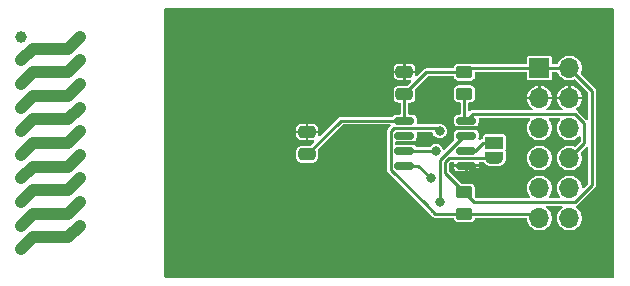
<source format=gbr>
%TF.GenerationSoftware,KiCad,Pcbnew,7.0.10*%
%TF.CreationDate,2024-01-17T19:33:19+01:00*%
%TF.ProjectId,RFM9xW_868,52464d39-7857-45f3-9836-382e6b696361,rev?*%
%TF.SameCoordinates,Original*%
%TF.FileFunction,Copper,L2,Bot*%
%TF.FilePolarity,Positive*%
%FSLAX46Y46*%
G04 Gerber Fmt 4.6, Leading zero omitted, Abs format (unit mm)*
G04 Created by KiCad (PCBNEW 7.0.10) date 2024-01-17 19:33:19*
%MOMM*%
%LPD*%
G01*
G04 APERTURE LIST*
G04 Aperture macros list*
%AMRoundRect*
0 Rectangle with rounded corners*
0 $1 Rounding radius*
0 $2 $3 $4 $5 $6 $7 $8 $9 X,Y pos of 4 corners*
0 Add a 4 corners polygon primitive as box body*
4,1,4,$2,$3,$4,$5,$6,$7,$8,$9,$2,$3,0*
0 Add four circle primitives for the rounded corners*
1,1,$1+$1,$2,$3*
1,1,$1+$1,$4,$5*
1,1,$1+$1,$6,$7*
1,1,$1+$1,$8,$9*
0 Add four rect primitives between the rounded corners*
20,1,$1+$1,$2,$3,$4,$5,0*
20,1,$1+$1,$4,$5,$6,$7,0*
20,1,$1+$1,$6,$7,$8,$9,0*
20,1,$1+$1,$8,$9,$2,$3,0*%
%AMFreePoly0*
4,1,19,0.550000,-0.750000,0.000000,-0.750000,0.000000,-0.744911,-0.071157,-0.744911,-0.207708,-0.704816,-0.327430,-0.627875,-0.420627,-0.520320,-0.479746,-0.390866,-0.500000,-0.250000,-0.500000,0.250000,-0.479746,0.390866,-0.420627,0.520320,-0.327430,0.627875,-0.207708,0.704816,-0.071157,0.744911,0.000000,0.744911,0.000000,0.750000,0.550000,0.750000,0.550000,-0.750000,0.550000,-0.750000,
$1*%
%AMFreePoly1*
4,1,19,0.000000,0.744911,0.071157,0.744911,0.207708,0.704816,0.327430,0.627875,0.420627,0.520320,0.479746,0.390866,0.500000,0.250000,0.500000,-0.250000,0.479746,-0.390866,0.420627,-0.520320,0.327430,-0.627875,0.207708,-0.704816,0.071157,-0.744911,0.000000,-0.744911,0.000000,-0.750000,-0.550000,-0.750000,-0.550000,0.750000,0.000000,0.750000,0.000000,0.744911,0.000000,0.744911,
$1*%
G04 Aperture macros list end*
%TA.AperFunction,EtchedComponent*%
%ADD10C,1.000000*%
%TD*%
%TA.AperFunction,ComponentPad*%
%ADD11R,1.700000X1.700000*%
%TD*%
%TA.AperFunction,ComponentPad*%
%ADD12O,1.700000X1.700000*%
%TD*%
%TA.AperFunction,ComponentPad*%
%ADD13C,1.000000*%
%TD*%
%TA.AperFunction,SMDPad,CuDef*%
%ADD14FreePoly0,270.000000*%
%TD*%
%TA.AperFunction,SMDPad,CuDef*%
%ADD15R,1.500000X1.000000*%
%TD*%
%TA.AperFunction,SMDPad,CuDef*%
%ADD16FreePoly1,270.000000*%
%TD*%
%TA.AperFunction,SMDPad,CuDef*%
%ADD17RoundRect,0.250000X0.475000X-0.250000X0.475000X0.250000X-0.475000X0.250000X-0.475000X-0.250000X0*%
%TD*%
%TA.AperFunction,SMDPad,CuDef*%
%ADD18RoundRect,0.250000X-0.450000X0.262500X-0.450000X-0.262500X0.450000X-0.262500X0.450000X0.262500X0*%
%TD*%
%TA.AperFunction,SMDPad,CuDef*%
%ADD19RoundRect,0.150000X0.675000X0.150000X-0.675000X0.150000X-0.675000X-0.150000X0.675000X-0.150000X0*%
%TD*%
%TA.AperFunction,ViaPad*%
%ADD20C,0.800000*%
%TD*%
%TA.AperFunction,Conductor*%
%ADD21C,0.250000*%
%TD*%
G04 APERTURE END LIST*
D10*
%TO.C,AE1*%
X105960000Y-58530000D02*
X106960000Y-57530000D01*
X106960000Y-57530000D02*
X109960000Y-57530000D01*
X109960000Y-57530000D02*
X110960000Y-56530000D01*
X105960000Y-56530000D02*
X106960000Y-55530000D01*
X106960000Y-55530000D02*
X109960000Y-55530000D01*
X109960000Y-55530000D02*
X110960000Y-54530000D01*
X105960000Y-54530000D02*
X106960000Y-53530000D01*
X106960000Y-53530000D02*
X109960000Y-53530000D01*
X109960000Y-53530000D02*
X110960000Y-52530000D01*
X105960000Y-52530000D02*
X106960000Y-51530000D01*
X106960000Y-51530000D02*
X109960000Y-51530000D01*
X109960000Y-51530000D02*
X110960000Y-50530000D01*
X105960000Y-50530000D02*
X106960000Y-49530000D01*
X106960000Y-49530000D02*
X109960000Y-49530000D01*
X109960000Y-49530000D02*
X110960000Y-48530000D01*
X105960000Y-48530000D02*
X106960000Y-47530000D01*
X106960000Y-47530000D02*
X109960000Y-47530000D01*
X109960000Y-47530000D02*
X110960000Y-46530000D01*
X105960000Y-46530000D02*
X106960000Y-45530000D01*
X106960000Y-45530000D02*
X109960000Y-45530000D01*
X109960000Y-45530000D02*
X110960000Y-44530000D01*
X105960000Y-44530000D02*
X106960000Y-43530000D01*
X106960000Y-43530000D02*
X109960000Y-43530000D01*
X109960000Y-43530000D02*
X110960000Y-42530000D01*
X105960000Y-42530000D02*
X106960000Y-41530000D01*
X106960000Y-41530000D02*
X109960000Y-41530000D01*
X109960000Y-41530000D02*
X110960000Y-40530000D01*
%TD*%
D11*
%TO.P,J1,1,Pin_1*%
%TO.N,VCC*%
X149860000Y-43180000D03*
D12*
%TO.P,J1,2,Pin_2*%
X152400000Y-43180000D03*
%TO.P,J1,3,Pin_3*%
%TO.N,GND*%
X149860000Y-45720000D03*
%TO.P,J1,4,Pin_4*%
X152400000Y-45720000D03*
%TO.P,J1,5,Pin_5*%
%TO.N,SCK*%
X149860000Y-48260000D03*
%TO.P,J1,6,Pin_6*%
%TO.N,unconnected-(J1-Pin_6-Pad6)*%
X152400000Y-48260000D03*
%TO.P,J1,7,Pin_7*%
%TO.N,MISO*%
X149860000Y-50800000D03*
%TO.P,J1,8,Pin_8*%
%TO.N,nCS2*%
X152400000Y-50800000D03*
%TO.P,J1,9,Pin_9*%
%TO.N,MOSI*%
X149860000Y-53340000D03*
%TO.P,J1,10,Pin_10*%
%TO.N,nRESET*%
X152400000Y-53340000D03*
%TO.P,J1,11,Pin_11*%
%TO.N,nCS*%
X149860000Y-55880000D03*
%TO.P,J1,12,Pin_12*%
%TO.N,DIO0*%
X152400000Y-55880000D03*
%TD*%
D13*
%TO.P,AE1,*%
%TO.N,*%
X105960000Y-58530000D03*
X105960000Y-56530000D03*
X110960000Y-56530000D03*
X105960000Y-54530000D03*
X110960000Y-54530000D03*
X105960000Y-52530000D03*
X110960000Y-52530000D03*
X105960000Y-50530000D03*
X110960000Y-50530000D03*
X105960000Y-48530000D03*
X110960000Y-48530000D03*
X105960000Y-46530000D03*
X110960000Y-46530000D03*
X105960000Y-44530000D03*
X110960000Y-44530000D03*
X105960000Y-42530000D03*
X110960000Y-42530000D03*
X105960000Y-40530000D03*
X110960000Y-40530000D03*
%TD*%
D14*
%TO.P,JP1,1,A*%
%TO.N,GND*%
X146050000Y-48200000D03*
D15*
%TO.P,JP1,2,C*%
%TO.N,Net-(JP1-C)*%
X146050000Y-49500000D03*
D16*
%TO.P,JP1,3,B*%
%TO.N,VCC*%
X146050000Y-50800000D03*
%TD*%
D17*
%TO.P,C1,1*%
%TO.N,VCC*%
X130175000Y-50480000D03*
%TO.P,C1,2*%
%TO.N,GND*%
X130175000Y-48580000D03*
%TD*%
D18*
%TO.P,R2,1*%
%TO.N,VCC*%
X143510000Y-53697500D03*
%TO.P,R2,2*%
%TO.N,nCS*%
X143510000Y-55522500D03*
%TD*%
%TO.P,R1,1*%
%TO.N,VCC*%
X143510000Y-43537500D03*
%TO.P,R1,2*%
%TO.N,nCS2*%
X143510000Y-45362500D03*
%TD*%
D17*
%TO.P,C2,1*%
%TO.N,VCC*%
X138430000Y-45400000D03*
%TO.P,C2,2*%
%TO.N,GND*%
X138430000Y-43500000D03*
%TD*%
D19*
%TO.P,U2,1,~{CS}*%
%TO.N,nCS2*%
X143680000Y-47625000D03*
%TO.P,U2,2,O1/SO*%
%TO.N,MISO*%
X143680000Y-48895000D03*
%TO.P,U2,3,~{WP}*%
%TO.N,Net-(JP1-C)*%
X143680000Y-50165000D03*
%TO.P,U2,4,VSS*%
%TO.N,GND*%
X143680000Y-51435000D03*
%TO.P,U2,5,SI/IO0*%
%TO.N,MOSI*%
X138430000Y-51435000D03*
%TO.P,U2,6,SCLK*%
%TO.N,SCK*%
X138430000Y-50165000D03*
%TO.P,U2,7,NC*%
%TO.N,unconnected-(U2-NC-Pad7)*%
X138430000Y-48895000D03*
%TO.P,U2,8,VCC*%
%TO.N,VCC*%
X138430000Y-47625000D03*
%TD*%
D20*
%TO.N,GND*%
X142875000Y-38735000D03*
X132080000Y-50165000D03*
X155575000Y-40005000D03*
X154305000Y-60325000D03*
X155575000Y-56515000D03*
X128905000Y-60325000D03*
X123825000Y-60325000D03*
X155575000Y-55245000D03*
X126365000Y-38735000D03*
X155575000Y-41275000D03*
X130175000Y-38735000D03*
X135255000Y-38735000D03*
X132715000Y-60325000D03*
X149225000Y-60325000D03*
X128905000Y-38735000D03*
X155575000Y-57785000D03*
X139065000Y-60325000D03*
X126365000Y-60325000D03*
X144145000Y-38735000D03*
X150495000Y-38735000D03*
X132715000Y-38735000D03*
X131445000Y-60325000D03*
X155575000Y-59055000D03*
X151765000Y-60325000D03*
X137795000Y-60325000D03*
X147955000Y-51435000D03*
X122555000Y-38735000D03*
X155575000Y-38735000D03*
X121285000Y-60325000D03*
X153035000Y-60325000D03*
X145415000Y-38735000D03*
X154305000Y-38735000D03*
X127635000Y-38735000D03*
X133985000Y-60325000D03*
X155575000Y-43815000D03*
X144145000Y-60325000D03*
X155575000Y-45085000D03*
X127635000Y-60325000D03*
X155575000Y-53975000D03*
X155575000Y-51435000D03*
X125095000Y-38735000D03*
X150495000Y-60325000D03*
X155575000Y-42545000D03*
X122555000Y-60325000D03*
X151765000Y-38735000D03*
X137795000Y-38735000D03*
X121285000Y-38735000D03*
X153035000Y-38735000D03*
X155575000Y-52705000D03*
X125095000Y-60325000D03*
X142875000Y-60325000D03*
X120015000Y-38735000D03*
X140335000Y-60325000D03*
X130175000Y-60325000D03*
X149225000Y-38735000D03*
X139065000Y-56515000D03*
X118745000Y-38735000D03*
X155575000Y-50165000D03*
X155575000Y-47625000D03*
X146685000Y-38735000D03*
X146050000Y-48260000D03*
X118745000Y-60325000D03*
X146685000Y-60325000D03*
X155575000Y-46355000D03*
X135255000Y-60325000D03*
X141605000Y-60325000D03*
X155575000Y-60325000D03*
X136525000Y-38735000D03*
X133985000Y-38735000D03*
X155575000Y-48895000D03*
X139065000Y-38735000D03*
X120015000Y-60325000D03*
X123825000Y-38735000D03*
X145415000Y-60325000D03*
X141605000Y-38735000D03*
X147955000Y-38735000D03*
X147955000Y-60325000D03*
X136525000Y-60325000D03*
X140335000Y-38735000D03*
X131445000Y-38735000D03*
%TO.N,nCS*%
X141415000Y-48530000D03*
%TO.N,SCK*%
X141104326Y-50219325D03*
%TO.N,MOSI*%
X140690500Y-52530000D03*
%TO.N,MISO*%
X141415000Y-54530000D03*
%TO.N,VCC*%
X130175000Y-50480000D03*
%TD*%
D21*
%TO.N,GND*%
X147655001Y-51734999D02*
X147955000Y-51435000D01*
X147955000Y-51435000D02*
X147955000Y-49355000D01*
X143680000Y-51435000D02*
X143979999Y-51734999D01*
X146800000Y-48200000D02*
X146050000Y-48200000D01*
X147955000Y-49355000D02*
X146800000Y-48200000D01*
X143979999Y-51734999D02*
X147655001Y-51734999D01*
%TO.N,nCS*%
X149502500Y-55522500D02*
X149860000Y-55880000D01*
X143510000Y-55522500D02*
X143327500Y-55705000D01*
X137280000Y-48544092D02*
X137564092Y-48260000D01*
X143510000Y-55522500D02*
X141016592Y-55522500D01*
X140219546Y-54725454D02*
X137280000Y-51785908D01*
X141145000Y-48260000D02*
X141415000Y-48530000D01*
X137280000Y-51785908D02*
X137280000Y-48544092D01*
X140749092Y-55255000D02*
X140219546Y-54725454D01*
X137564092Y-48260000D02*
X141145000Y-48260000D01*
X143510000Y-55522500D02*
X149502500Y-55522500D01*
X141016592Y-55522500D02*
X140219546Y-54725454D01*
%TO.N,SCK*%
X141050001Y-50165000D02*
X141104326Y-50219325D01*
X138430000Y-50165000D02*
X141050001Y-50165000D01*
%TO.N,MOSI*%
X139595500Y-51435000D02*
X140690500Y-52530000D01*
X138430000Y-51435000D02*
X139595500Y-51435000D01*
%TO.N,MISO*%
X143453249Y-48895000D02*
X141415000Y-50933249D01*
X141415000Y-50933249D02*
X141415000Y-54530000D01*
X143680000Y-48895000D02*
X143453249Y-48895000D01*
%TO.N,VCC*%
X143510000Y-53697500D02*
X141865000Y-52052500D01*
X142184645Y-50800000D02*
X146050000Y-50800000D01*
X141865000Y-51119645D02*
X142184645Y-50800000D01*
X152400000Y-43180000D02*
X149860000Y-43180000D01*
X144327500Y-54515000D02*
X152886701Y-54515000D01*
X143867500Y-43180000D02*
X143510000Y-43537500D01*
X141865000Y-52052500D02*
X141865000Y-51119645D01*
X149860000Y-43180000D02*
X143867500Y-43180000D01*
X152886701Y-54515000D02*
X154305000Y-53096701D01*
X138430000Y-47625000D02*
X133030000Y-47625000D01*
X133030000Y-47625000D02*
X130175000Y-50480000D01*
X143510000Y-43537500D02*
X140292500Y-43537500D01*
X138430000Y-45400000D02*
X138430000Y-47625000D01*
X154305000Y-45085000D02*
X152400000Y-43180000D01*
X154305000Y-53096701D02*
X154305000Y-45085000D01*
X143510000Y-53697500D02*
X144327500Y-54515000D01*
X140292500Y-43537500D02*
X138430000Y-45400000D01*
%TO.N,nCS2*%
X143510000Y-45362500D02*
X143510000Y-47455000D01*
X143680000Y-47625000D02*
X144220000Y-47085000D01*
X143510000Y-47625000D02*
X143680000Y-47625000D01*
X153670000Y-49530000D02*
X152400000Y-50800000D01*
X152886701Y-47085000D02*
X153670000Y-47868299D01*
X143510000Y-47455000D02*
X143680000Y-47625000D01*
X153670000Y-47868299D02*
X153670000Y-49530000D01*
X144220000Y-47085000D02*
X152886701Y-47085000D01*
%TO.N,Net-(JP1-C)*%
X144385000Y-50165000D02*
X145050000Y-49500000D01*
X145050000Y-49500000D02*
X146050000Y-49500000D01*
X143680000Y-50165000D02*
X144385000Y-50165000D01*
%TD*%
%TA.AperFunction,Conductor*%
%TO.N,GND*%
G36*
X148768691Y-43524407D02*
G01*
X148804655Y-43573907D01*
X148809500Y-43604500D01*
X148809500Y-44049746D01*
X148809501Y-44049758D01*
X148821132Y-44108227D01*
X148821134Y-44108233D01*
X148860493Y-44167137D01*
X148865448Y-44174552D01*
X148931769Y-44218867D01*
X148976231Y-44227711D01*
X148990241Y-44230498D01*
X148990246Y-44230498D01*
X148990252Y-44230500D01*
X148990253Y-44230500D01*
X150729747Y-44230500D01*
X150729748Y-44230500D01*
X150788231Y-44218867D01*
X150854552Y-44174552D01*
X150898867Y-44108231D01*
X150910500Y-44049748D01*
X150910500Y-43604500D01*
X150929407Y-43546309D01*
X150978907Y-43510345D01*
X151009500Y-43505500D01*
X151327546Y-43505500D01*
X151385737Y-43524407D01*
X151421701Y-43573907D01*
X151422267Y-43575709D01*
X151424768Y-43583954D01*
X151424769Y-43583956D01*
X151522316Y-43766452D01*
X151619355Y-43884694D01*
X151653590Y-43926410D01*
X151653595Y-43926414D01*
X151813547Y-44057683D01*
X151813548Y-44057683D01*
X151813550Y-44057685D01*
X151996046Y-44155232D01*
X152133997Y-44197078D01*
X152194065Y-44215300D01*
X152194070Y-44215301D01*
X152399997Y-44235583D01*
X152400000Y-44235583D01*
X152400003Y-44235583D01*
X152605929Y-44215301D01*
X152605934Y-44215300D01*
X152803954Y-44155232D01*
X152811499Y-44151198D01*
X152871730Y-44140439D01*
X152926783Y-44167137D01*
X152928176Y-44168502D01*
X153950504Y-45190830D01*
X153978281Y-45245347D01*
X153979500Y-45260834D01*
X153979500Y-47478465D01*
X153960593Y-47536656D01*
X153911093Y-47572620D01*
X153849907Y-47572620D01*
X153810496Y-47548469D01*
X153129969Y-46867942D01*
X153124135Y-46861574D01*
X153099157Y-46831806D01*
X153065496Y-46812372D01*
X153058213Y-46807732D01*
X153026386Y-46785446D01*
X153026380Y-46785443D01*
X153024925Y-46785054D01*
X153001049Y-46775164D01*
X152992245Y-46770081D01*
X152993367Y-46768136D01*
X152954627Y-46737861D01*
X152937769Y-46679044D01*
X152958702Y-46621551D01*
X152982933Y-46601197D01*
X152982118Y-46599977D01*
X152986170Y-46597268D01*
X153146050Y-46466059D01*
X153146059Y-46466050D01*
X153277268Y-46306170D01*
X153277275Y-46306160D01*
X153374765Y-46123767D01*
X153374767Y-46123762D01*
X153434808Y-45925836D01*
X153434809Y-45925831D01*
X153445232Y-45820000D01*
X152891746Y-45820000D01*
X152900000Y-45791889D01*
X152900000Y-45648111D01*
X152891746Y-45620000D01*
X153445232Y-45620000D01*
X153445232Y-45619999D01*
X153434809Y-45514168D01*
X153434808Y-45514163D01*
X153374767Y-45316237D01*
X153374765Y-45316232D01*
X153277275Y-45133839D01*
X153277268Y-45133829D01*
X153146059Y-44973949D01*
X153146050Y-44973940D01*
X152986170Y-44842731D01*
X152986160Y-44842724D01*
X152803767Y-44745234D01*
X152803762Y-44745232D01*
X152605836Y-44685191D01*
X152605831Y-44685190D01*
X152500000Y-44674767D01*
X152500000Y-45229235D01*
X152435763Y-45220000D01*
X152364237Y-45220000D01*
X152300000Y-45229235D01*
X152300000Y-44674767D01*
X152299999Y-44674767D01*
X152194168Y-44685190D01*
X152194163Y-44685191D01*
X151996237Y-44745232D01*
X151996232Y-44745234D01*
X151813839Y-44842724D01*
X151813829Y-44842731D01*
X151653949Y-44973940D01*
X151653940Y-44973949D01*
X151522731Y-45133829D01*
X151522724Y-45133839D01*
X151425234Y-45316232D01*
X151425232Y-45316237D01*
X151365191Y-45514163D01*
X151365190Y-45514168D01*
X151354767Y-45619999D01*
X151354768Y-45620000D01*
X151908254Y-45620000D01*
X151900000Y-45648111D01*
X151900000Y-45791889D01*
X151908254Y-45820000D01*
X151354767Y-45820000D01*
X151365190Y-45925831D01*
X151365191Y-45925836D01*
X151425232Y-46123762D01*
X151425234Y-46123767D01*
X151522724Y-46306160D01*
X151522731Y-46306170D01*
X151653940Y-46466050D01*
X151653949Y-46466059D01*
X151797628Y-46583972D01*
X151830615Y-46635503D01*
X151827013Y-46696582D01*
X151788198Y-46743879D01*
X151734823Y-46759500D01*
X150525177Y-46759500D01*
X150466986Y-46740593D01*
X150431022Y-46691093D01*
X150431022Y-46629907D01*
X150462372Y-46583972D01*
X150606050Y-46466059D01*
X150606059Y-46466050D01*
X150737268Y-46306170D01*
X150737275Y-46306160D01*
X150834765Y-46123767D01*
X150834767Y-46123762D01*
X150894808Y-45925836D01*
X150894809Y-45925831D01*
X150905232Y-45820000D01*
X150351746Y-45820000D01*
X150360000Y-45791889D01*
X150360000Y-45648111D01*
X150351746Y-45620000D01*
X150905232Y-45620000D01*
X150905232Y-45619999D01*
X150894809Y-45514168D01*
X150894808Y-45514163D01*
X150834767Y-45316237D01*
X150834765Y-45316232D01*
X150737275Y-45133839D01*
X150737268Y-45133829D01*
X150606059Y-44973949D01*
X150606050Y-44973940D01*
X150446170Y-44842731D01*
X150446160Y-44842724D01*
X150263767Y-44745234D01*
X150263762Y-44745232D01*
X150065836Y-44685191D01*
X150065831Y-44685190D01*
X149960000Y-44674767D01*
X149960000Y-45229235D01*
X149895763Y-45220000D01*
X149824237Y-45220000D01*
X149760000Y-45229235D01*
X149760000Y-44674767D01*
X149759999Y-44674767D01*
X149654168Y-44685190D01*
X149654163Y-44685191D01*
X149456237Y-44745232D01*
X149456232Y-44745234D01*
X149273839Y-44842724D01*
X149273829Y-44842731D01*
X149113949Y-44973940D01*
X149113940Y-44973949D01*
X148982731Y-45133829D01*
X148982724Y-45133839D01*
X148885234Y-45316232D01*
X148885232Y-45316237D01*
X148825191Y-45514163D01*
X148825190Y-45514168D01*
X148814767Y-45619999D01*
X148814768Y-45620000D01*
X149368254Y-45620000D01*
X149360000Y-45648111D01*
X149360000Y-45791889D01*
X149368254Y-45820000D01*
X148814767Y-45820000D01*
X148825190Y-45925831D01*
X148825191Y-45925836D01*
X148885232Y-46123762D01*
X148885234Y-46123767D01*
X148982724Y-46306160D01*
X148982731Y-46306170D01*
X149113940Y-46466050D01*
X149113949Y-46466059D01*
X149257628Y-46583972D01*
X149290615Y-46635503D01*
X149287013Y-46696582D01*
X149248198Y-46743879D01*
X149194823Y-46759500D01*
X144238523Y-46759500D01*
X144229894Y-46759123D01*
X144191194Y-46755737D01*
X144191189Y-46755737D01*
X144153656Y-46765794D01*
X144145227Y-46767663D01*
X144106956Y-46774411D01*
X144106948Y-46774414D01*
X144105640Y-46775170D01*
X144081786Y-46785051D01*
X144080324Y-46785442D01*
X144080314Y-46785447D01*
X144048483Y-46807734D01*
X144041207Y-46812369D01*
X144007545Y-46831805D01*
X144000910Y-46837373D01*
X143999256Y-46835402D01*
X143958449Y-46860901D01*
X143897412Y-46856632D01*
X143850542Y-46817302D01*
X143835500Y-46764841D01*
X143835500Y-46174500D01*
X143854407Y-46116309D01*
X143903907Y-46080345D01*
X143934500Y-46075500D01*
X144014273Y-46075500D01*
X144014273Y-46075499D01*
X144044699Y-46072646D01*
X144172882Y-46027793D01*
X144282150Y-45947150D01*
X144362793Y-45837882D01*
X144407646Y-45709699D01*
X144410499Y-45679273D01*
X144410500Y-45679273D01*
X144410500Y-45045727D01*
X144410499Y-45045725D01*
X144407646Y-45015305D01*
X144407646Y-45015301D01*
X144362793Y-44887118D01*
X144352036Y-44872543D01*
X144282154Y-44777855D01*
X144282152Y-44777853D01*
X144282150Y-44777850D01*
X144282146Y-44777847D01*
X144282144Y-44777845D01*
X144172883Y-44697207D01*
X144044703Y-44652355D01*
X144044694Y-44652353D01*
X144014274Y-44649500D01*
X144014266Y-44649500D01*
X143005734Y-44649500D01*
X143005725Y-44649500D01*
X142975305Y-44652353D01*
X142975296Y-44652355D01*
X142847116Y-44697207D01*
X142737855Y-44777845D01*
X142737845Y-44777855D01*
X142657207Y-44887116D01*
X142612355Y-45015296D01*
X142612353Y-45015305D01*
X142609500Y-45045725D01*
X142609500Y-45679274D01*
X142612353Y-45709694D01*
X142612355Y-45709703D01*
X142657207Y-45837883D01*
X142737845Y-45947144D01*
X142737847Y-45947146D01*
X142737850Y-45947150D01*
X142737853Y-45947152D01*
X142737855Y-45947154D01*
X142847116Y-46027792D01*
X142847117Y-46027792D01*
X142847118Y-46027793D01*
X142975301Y-46072646D01*
X143005725Y-46075499D01*
X143005727Y-46075500D01*
X143005734Y-46075500D01*
X143085500Y-46075500D01*
X143143691Y-46094407D01*
X143179655Y-46143907D01*
X143184500Y-46174500D01*
X143184500Y-47025500D01*
X143165593Y-47083691D01*
X143116093Y-47119655D01*
X143085500Y-47124500D01*
X142971740Y-47124500D01*
X142937673Y-47129463D01*
X142903604Y-47134427D01*
X142798518Y-47185801D01*
X142715801Y-47268518D01*
X142664427Y-47373604D01*
X142664427Y-47373607D01*
X142654500Y-47441740D01*
X142654500Y-47808260D01*
X142656389Y-47821224D01*
X142664427Y-47876395D01*
X142709898Y-47969407D01*
X142715802Y-47981483D01*
X142798517Y-48064198D01*
X142831031Y-48080093D01*
X142903604Y-48115572D01*
X142903605Y-48115572D01*
X142903607Y-48115573D01*
X142971740Y-48125500D01*
X142971743Y-48125500D01*
X144388257Y-48125500D01*
X144388260Y-48125500D01*
X144456393Y-48115573D01*
X144561483Y-48064198D01*
X144644198Y-47981483D01*
X144695573Y-47876393D01*
X144705500Y-47808260D01*
X144705500Y-47509500D01*
X144724407Y-47451309D01*
X144773907Y-47415345D01*
X144804500Y-47410500D01*
X148988876Y-47410500D01*
X149047067Y-47429407D01*
X149083031Y-47478907D01*
X149083031Y-47540093D01*
X149065404Y-47572305D01*
X148982317Y-47673547D01*
X148982316Y-47673547D01*
X148884768Y-47856045D01*
X148824699Y-48054065D01*
X148824698Y-48054070D01*
X148804417Y-48259996D01*
X148804417Y-48260003D01*
X148824698Y-48465929D01*
X148824699Y-48465934D01*
X148884768Y-48663954D01*
X148982316Y-48846452D01*
X149098765Y-48988346D01*
X149113590Y-49006410D01*
X149113595Y-49006414D01*
X149273547Y-49137683D01*
X149273548Y-49137683D01*
X149273550Y-49137685D01*
X149456046Y-49235232D01*
X149593997Y-49277078D01*
X149654065Y-49295300D01*
X149654070Y-49295301D01*
X149859997Y-49315583D01*
X149860000Y-49315583D01*
X149860003Y-49315583D01*
X150065929Y-49295301D01*
X150065934Y-49295300D01*
X150263954Y-49235232D01*
X150446450Y-49137685D01*
X150606410Y-49006410D01*
X150737685Y-48846450D01*
X150835232Y-48663954D01*
X150895300Y-48465934D01*
X150895301Y-48465929D01*
X150915583Y-48260003D01*
X150915583Y-48259996D01*
X150895301Y-48054070D01*
X150895300Y-48054065D01*
X150863157Y-47948105D01*
X150835232Y-47856046D01*
X150737685Y-47673550D01*
X150723154Y-47655844D01*
X150654596Y-47572305D01*
X150632296Y-47515328D01*
X150647745Y-47456125D01*
X150695042Y-47417310D01*
X150731124Y-47410500D01*
X151528876Y-47410500D01*
X151587067Y-47429407D01*
X151623031Y-47478907D01*
X151623031Y-47540093D01*
X151605404Y-47572305D01*
X151522317Y-47673547D01*
X151522316Y-47673547D01*
X151424768Y-47856045D01*
X151364699Y-48054065D01*
X151364698Y-48054070D01*
X151344417Y-48259996D01*
X151344417Y-48260003D01*
X151364698Y-48465929D01*
X151364699Y-48465934D01*
X151424768Y-48663954D01*
X151522316Y-48846452D01*
X151638765Y-48988346D01*
X151653590Y-49006410D01*
X151653595Y-49006414D01*
X151813547Y-49137683D01*
X151813548Y-49137683D01*
X151813550Y-49137685D01*
X151996046Y-49235232D01*
X152133997Y-49277078D01*
X152194065Y-49295300D01*
X152194070Y-49295301D01*
X152399997Y-49315583D01*
X152400000Y-49315583D01*
X152400003Y-49315583D01*
X152605929Y-49295301D01*
X152605934Y-49295300D01*
X152803954Y-49235232D01*
X152986450Y-49137685D01*
X153146410Y-49006410D01*
X153168973Y-48978916D01*
X153220502Y-48945930D01*
X153281581Y-48949531D01*
X153328879Y-48988346D01*
X153344500Y-49041722D01*
X153344500Y-49354165D01*
X153325593Y-49412356D01*
X153315504Y-49424168D01*
X152928174Y-49811497D01*
X152873659Y-49839274D01*
X152813227Y-49829703D01*
X152811504Y-49828803D01*
X152803959Y-49824770D01*
X152803954Y-49824768D01*
X152605934Y-49764699D01*
X152605929Y-49764698D01*
X152400003Y-49744417D01*
X152399997Y-49744417D01*
X152194070Y-49764698D01*
X152194065Y-49764699D01*
X151996045Y-49824768D01*
X151813547Y-49922316D01*
X151653595Y-50053585D01*
X151653585Y-50053595D01*
X151522316Y-50213547D01*
X151424768Y-50396045D01*
X151364699Y-50594065D01*
X151364698Y-50594070D01*
X151344417Y-50799996D01*
X151344417Y-50800003D01*
X151364698Y-51005929D01*
X151364699Y-51005934D01*
X151424768Y-51203954D01*
X151522316Y-51386452D01*
X151644226Y-51535000D01*
X151653590Y-51546410D01*
X151653595Y-51546414D01*
X151813547Y-51677683D01*
X151813548Y-51677683D01*
X151813550Y-51677685D01*
X151996046Y-51775232D01*
X152119751Y-51812757D01*
X152194065Y-51835300D01*
X152194070Y-51835301D01*
X152399997Y-51855583D01*
X152400000Y-51855583D01*
X152400003Y-51855583D01*
X152605929Y-51835301D01*
X152605934Y-51835300D01*
X152803954Y-51775232D01*
X152986450Y-51677685D01*
X153146410Y-51546410D01*
X153277685Y-51386450D01*
X153375232Y-51203954D01*
X153435300Y-51005934D01*
X153435301Y-51005929D01*
X153455583Y-50800003D01*
X153455583Y-50799996D01*
X153435301Y-50594070D01*
X153435300Y-50594065D01*
X153415633Y-50529233D01*
X153375232Y-50396046D01*
X153371196Y-50388496D01*
X153360439Y-50328265D01*
X153387140Y-50273213D01*
X153388503Y-50271823D01*
X153810497Y-49849830D01*
X153865013Y-49822053D01*
X153925445Y-49831624D01*
X153968710Y-49874889D01*
X153979500Y-49919834D01*
X153979500Y-52920866D01*
X153960593Y-52979057D01*
X153950504Y-52990870D01*
X153616665Y-53324709D01*
X153562148Y-53352486D01*
X153501716Y-53342915D01*
X153458451Y-53299650D01*
X153448138Y-53264408D01*
X153435301Y-53134071D01*
X153435300Y-53134065D01*
X153390796Y-52987355D01*
X153375232Y-52936046D01*
X153277685Y-52753550D01*
X153146410Y-52593590D01*
X153068925Y-52530000D01*
X152986452Y-52462316D01*
X152803954Y-52364768D01*
X152605934Y-52304699D01*
X152605929Y-52304698D01*
X152400003Y-52284417D01*
X152399997Y-52284417D01*
X152194070Y-52304698D01*
X152194065Y-52304699D01*
X151996045Y-52364768D01*
X151813547Y-52462316D01*
X151653595Y-52593585D01*
X151653585Y-52593595D01*
X151522316Y-52753547D01*
X151424768Y-52936045D01*
X151364699Y-53134065D01*
X151364698Y-53134070D01*
X151344417Y-53339996D01*
X151344417Y-53340003D01*
X151364698Y-53545929D01*
X151364699Y-53545934D01*
X151424768Y-53743954D01*
X151522316Y-53926452D01*
X151605404Y-54027695D01*
X151627704Y-54084672D01*
X151612255Y-54143875D01*
X151564958Y-54182690D01*
X151528876Y-54189500D01*
X150731124Y-54189500D01*
X150672933Y-54170593D01*
X150636969Y-54121093D01*
X150636969Y-54059907D01*
X150654596Y-54027695D01*
X150675564Y-54002145D01*
X150737685Y-53926450D01*
X150835232Y-53743954D01*
X150895300Y-53545934D01*
X150895301Y-53545929D01*
X150915583Y-53340003D01*
X150915583Y-53339996D01*
X150895301Y-53134070D01*
X150895300Y-53134065D01*
X150850796Y-52987355D01*
X150835232Y-52936046D01*
X150737685Y-52753550D01*
X150606410Y-52593590D01*
X150528925Y-52530000D01*
X150446452Y-52462316D01*
X150263954Y-52364768D01*
X150065934Y-52304699D01*
X150065929Y-52304698D01*
X149860003Y-52284417D01*
X149859997Y-52284417D01*
X149654070Y-52304698D01*
X149654065Y-52304699D01*
X149456045Y-52364768D01*
X149273547Y-52462316D01*
X149113595Y-52593585D01*
X149113585Y-52593595D01*
X148982316Y-52753547D01*
X148884768Y-52936045D01*
X148824699Y-53134065D01*
X148824698Y-53134070D01*
X148804417Y-53339996D01*
X148804417Y-53340003D01*
X148824698Y-53545929D01*
X148824699Y-53545934D01*
X148884768Y-53743954D01*
X148982316Y-53926452D01*
X149065404Y-54027695D01*
X149087704Y-54084672D01*
X149072255Y-54143875D01*
X149024958Y-54182690D01*
X148988876Y-54189500D01*
X144503334Y-54189500D01*
X144445143Y-54170593D01*
X144433330Y-54160504D01*
X144428271Y-54155445D01*
X144400494Y-54100928D01*
X144404831Y-54052741D01*
X144407646Y-54044699D01*
X144410499Y-54014273D01*
X144410500Y-54014273D01*
X144410500Y-53380727D01*
X144410499Y-53380725D01*
X144407646Y-53350305D01*
X144407646Y-53350301D01*
X144362793Y-53222118D01*
X144353662Y-53209746D01*
X144282154Y-53112855D01*
X144282152Y-53112853D01*
X144282150Y-53112850D01*
X144282146Y-53112847D01*
X144282144Y-53112845D01*
X144172883Y-53032207D01*
X144044703Y-52987355D01*
X144044694Y-52987353D01*
X144014274Y-52984500D01*
X144014266Y-52984500D01*
X143298335Y-52984500D01*
X143240144Y-52965593D01*
X143228331Y-52955504D01*
X142219496Y-51946669D01*
X142191719Y-51892152D01*
X142190500Y-51876665D01*
X142190500Y-51618216D01*
X142655001Y-51618216D01*
X142664912Y-51686250D01*
X142716214Y-51791188D01*
X142798812Y-51873786D01*
X142903751Y-51925087D01*
X142971784Y-51934999D01*
X143579998Y-51934999D01*
X143580000Y-51934998D01*
X143780000Y-51934998D01*
X143780001Y-51934999D01*
X144388213Y-51934999D01*
X144388216Y-51934998D01*
X144456250Y-51925087D01*
X144561188Y-51873785D01*
X144643786Y-51791187D01*
X144695087Y-51686248D01*
X144705000Y-51618215D01*
X144705000Y-51535001D01*
X144704999Y-51535000D01*
X143780001Y-51535000D01*
X143780000Y-51535001D01*
X143780000Y-51934998D01*
X143580000Y-51934998D01*
X143580000Y-51535001D01*
X143579999Y-51535000D01*
X142655002Y-51535000D01*
X142655001Y-51535001D01*
X142655001Y-51618216D01*
X142190500Y-51618216D01*
X142190500Y-51295478D01*
X142209407Y-51237287D01*
X142219497Y-51225474D01*
X142290476Y-51154496D01*
X142344993Y-51126719D01*
X142360479Y-51125500D01*
X142558930Y-51125500D01*
X142617121Y-51144407D01*
X142653085Y-51193907D01*
X142656895Y-51238776D01*
X142655000Y-51251777D01*
X142655000Y-51334999D01*
X142655001Y-51335000D01*
X144704998Y-51335000D01*
X144704999Y-51334999D01*
X144704999Y-51251786D01*
X144703103Y-51238773D01*
X144713424Y-51178464D01*
X144757221Y-51135740D01*
X144801069Y-51125500D01*
X145117772Y-51125500D01*
X145175963Y-51144407D01*
X145201054Y-51170974D01*
X145246263Y-51241320D01*
X145284368Y-51285295D01*
X145284375Y-51285301D01*
X145284377Y-51285303D01*
X145393023Y-51379445D01*
X145393036Y-51379454D01*
X145441967Y-51410900D01*
X145441971Y-51410902D01*
X145441977Y-51410906D01*
X145572762Y-51470634D01*
X145628592Y-51487027D01*
X145676030Y-51493847D01*
X145770903Y-51507489D01*
X145770907Y-51507489D01*
X145829095Y-51507489D01*
X145838261Y-51506170D01*
X145843373Y-51505435D01*
X145857463Y-51504428D01*
X146242537Y-51504428D01*
X146256626Y-51505435D01*
X146261738Y-51506170D01*
X146270905Y-51507489D01*
X146270907Y-51507489D01*
X146329097Y-51507489D01*
X146410415Y-51495796D01*
X146471408Y-51487027D01*
X146527238Y-51470634D01*
X146658023Y-51410906D01*
X146706971Y-51379449D01*
X146815632Y-51285295D01*
X146853737Y-51241320D01*
X146853739Y-51241315D01*
X146853744Y-51241310D01*
X146927386Y-51126719D01*
X146931469Y-51120366D01*
X146955640Y-51067438D01*
X146996147Y-50929483D01*
X147004428Y-50871889D01*
X147004428Y-50800003D01*
X148804417Y-50800003D01*
X148824698Y-51005929D01*
X148824699Y-51005934D01*
X148884768Y-51203954D01*
X148982316Y-51386452D01*
X149104226Y-51535000D01*
X149113590Y-51546410D01*
X149113595Y-51546414D01*
X149273547Y-51677683D01*
X149273548Y-51677683D01*
X149273550Y-51677685D01*
X149456046Y-51775232D01*
X149579751Y-51812757D01*
X149654065Y-51835300D01*
X149654070Y-51835301D01*
X149859997Y-51855583D01*
X149860000Y-51855583D01*
X149860003Y-51855583D01*
X150065929Y-51835301D01*
X150065934Y-51835300D01*
X150263954Y-51775232D01*
X150446450Y-51677685D01*
X150606410Y-51546410D01*
X150737685Y-51386450D01*
X150835232Y-51203954D01*
X150895300Y-51005934D01*
X150895301Y-51005929D01*
X150915583Y-50800003D01*
X150915583Y-50799996D01*
X150895301Y-50594070D01*
X150895300Y-50594065D01*
X150859030Y-50474500D01*
X150835232Y-50396046D01*
X150737685Y-50213550D01*
X150712393Y-50182732D01*
X150606414Y-50053595D01*
X150606410Y-50053590D01*
X150602962Y-50050760D01*
X150446452Y-49922316D01*
X150263954Y-49824768D01*
X150065934Y-49764699D01*
X150065929Y-49764698D01*
X149860003Y-49744417D01*
X149859997Y-49744417D01*
X149654070Y-49764698D01*
X149654065Y-49764699D01*
X149456045Y-49824768D01*
X149273547Y-49922316D01*
X149113595Y-50053585D01*
X149113585Y-50053595D01*
X148982316Y-50213547D01*
X148884768Y-50396045D01*
X148824699Y-50594065D01*
X148824698Y-50594070D01*
X148804417Y-50799996D01*
X148804417Y-50800003D01*
X147004428Y-50800003D01*
X147004428Y-50250000D01*
X146988867Y-50171769D01*
X146988865Y-50171766D01*
X146988865Y-50171765D01*
X146985187Y-50162885D01*
X146980386Y-50101888D01*
X146985187Y-50087113D01*
X146988863Y-50078236D01*
X146988867Y-50078231D01*
X147000500Y-50019748D01*
X147000500Y-48980252D01*
X146988867Y-48921769D01*
X146944552Y-48855448D01*
X146910716Y-48832839D01*
X146878233Y-48811134D01*
X146878231Y-48811133D01*
X146878228Y-48811132D01*
X146878227Y-48811132D01*
X146819758Y-48799501D01*
X146819748Y-48799500D01*
X145280252Y-48799500D01*
X145280251Y-48799500D01*
X145280241Y-48799501D01*
X145221772Y-48811132D01*
X145221766Y-48811134D01*
X145155451Y-48855445D01*
X145155445Y-48855451D01*
X145111134Y-48921766D01*
X145111132Y-48921772D01*
X145099501Y-48980241D01*
X145099500Y-48980253D01*
X145099500Y-49073787D01*
X145080593Y-49131978D01*
X145031093Y-49167942D01*
X145026122Y-49169414D01*
X144983650Y-49180794D01*
X144975223Y-49182662D01*
X144936960Y-49189410D01*
X144936948Y-49189414D01*
X144935640Y-49190170D01*
X144911786Y-49200051D01*
X144910324Y-49200442D01*
X144910317Y-49200445D01*
X144910316Y-49200446D01*
X144878475Y-49222740D01*
X144871204Y-49227372D01*
X144843480Y-49243379D01*
X144783632Y-49256101D01*
X144727736Y-49231215D01*
X144697143Y-49178228D01*
X144696013Y-49143372D01*
X144705500Y-49078260D01*
X144705500Y-48711740D01*
X144695573Y-48643607D01*
X144693060Y-48638467D01*
X144667166Y-48585500D01*
X144644198Y-48538517D01*
X144561483Y-48455802D01*
X144561481Y-48455801D01*
X144456395Y-48404427D01*
X144429139Y-48400456D01*
X144388260Y-48394500D01*
X142971740Y-48394500D01*
X142937673Y-48399463D01*
X142903604Y-48404427D01*
X142798518Y-48455801D01*
X142715801Y-48538518D01*
X142664427Y-48643604D01*
X142664427Y-48643607D01*
X142654500Y-48711740D01*
X142654500Y-49078260D01*
X142662327Y-49131978D01*
X142664428Y-49146400D01*
X142665007Y-49148273D01*
X142664979Y-49150180D01*
X142665536Y-49154001D01*
X142664922Y-49154090D01*
X142664118Y-49209452D01*
X142640422Y-49247498D01*
X141833968Y-50053953D01*
X141779451Y-50081730D01*
X141719019Y-50072159D01*
X141675754Y-50028894D01*
X141672500Y-50021835D01*
X141662887Y-49998628D01*
X141628862Y-49916484D01*
X141532608Y-49791043D01*
X141532603Y-49791039D01*
X141532602Y-49791038D01*
X141447583Y-49725801D01*
X141407167Y-49694789D01*
X141407166Y-49694788D01*
X141407164Y-49694787D01*
X141261092Y-49634282D01*
X141261084Y-49634280D01*
X141104327Y-49613643D01*
X141104325Y-49613643D01*
X140947567Y-49634280D01*
X140947559Y-49634282D01*
X140801487Y-49694787D01*
X140801486Y-49694787D01*
X140676049Y-49791038D01*
X140676038Y-49791049D01*
X140668581Y-49800768D01*
X140618156Y-49835424D01*
X140590040Y-49839500D01*
X139466188Y-49839500D01*
X139407997Y-49820593D01*
X139396184Y-49810504D01*
X139394198Y-49808518D01*
X139394198Y-49808517D01*
X139311483Y-49725802D01*
X139311481Y-49725801D01*
X139206395Y-49674427D01*
X139179139Y-49670456D01*
X139138260Y-49664500D01*
X137721740Y-49664500D01*
X137721734Y-49664500D01*
X137718764Y-49664933D01*
X137658456Y-49654607D01*
X137615736Y-49610805D01*
X137605500Y-49566966D01*
X137605500Y-49493033D01*
X137624407Y-49434842D01*
X137673907Y-49398878D01*
X137718776Y-49395068D01*
X137721740Y-49395500D01*
X137721743Y-49395500D01*
X139138257Y-49395500D01*
X139138260Y-49395500D01*
X139206393Y-49385573D01*
X139311483Y-49334198D01*
X139394198Y-49251483D01*
X139445573Y-49146393D01*
X139455500Y-49078260D01*
X139455500Y-48711740D01*
X139453611Y-48698775D01*
X139463929Y-48638467D01*
X139507726Y-48595741D01*
X139551576Y-48585500D01*
X140729804Y-48585500D01*
X140787995Y-48604407D01*
X140823959Y-48653907D01*
X140827957Y-48671578D01*
X140829955Y-48686758D01*
X140829957Y-48686766D01*
X140890462Y-48832838D01*
X140890462Y-48832839D01*
X140958703Y-48921772D01*
X140986718Y-48958282D01*
X141112159Y-49054536D01*
X141112160Y-49054536D01*
X141112161Y-49054537D01*
X141258233Y-49115042D01*
X141258238Y-49115044D01*
X141375809Y-49130522D01*
X141414999Y-49135682D01*
X141415000Y-49135682D01*
X141415001Y-49135682D01*
X141446352Y-49131554D01*
X141571762Y-49115044D01*
X141717841Y-49054536D01*
X141843282Y-48958282D01*
X141939536Y-48832841D01*
X142000044Y-48686762D01*
X142020682Y-48530000D01*
X142000044Y-48373238D01*
X141959679Y-48275788D01*
X141939537Y-48227161D01*
X141939537Y-48227160D01*
X141843286Y-48101723D01*
X141843285Y-48101722D01*
X141843282Y-48101718D01*
X141843277Y-48101714D01*
X141843276Y-48101713D01*
X141721418Y-48008209D01*
X141717841Y-48005464D01*
X141717840Y-48005463D01*
X141717838Y-48005462D01*
X141571766Y-47944957D01*
X141571758Y-47944955D01*
X141415001Y-47924318D01*
X141414999Y-47924318D01*
X141258769Y-47944886D01*
X141228657Y-47944229D01*
X141219781Y-47942664D01*
X141211350Y-47940795D01*
X141186448Y-47934123D01*
X141173807Y-47930736D01*
X141173806Y-47930736D01*
X141173805Y-47930736D01*
X141135095Y-47934123D01*
X141126466Y-47934500D01*
X139551576Y-47934500D01*
X139493385Y-47915593D01*
X139457421Y-47866093D01*
X139453611Y-47821224D01*
X139455500Y-47808260D01*
X139455500Y-47441740D01*
X139445573Y-47373607D01*
X139444692Y-47371805D01*
X139417005Y-47315170D01*
X139394198Y-47268517D01*
X139311483Y-47185802D01*
X139311481Y-47185801D01*
X139206395Y-47134427D01*
X139179139Y-47130456D01*
X139138260Y-47124500D01*
X139138257Y-47124500D01*
X138854500Y-47124500D01*
X138796309Y-47105593D01*
X138760345Y-47056093D01*
X138755500Y-47025500D01*
X138755500Y-46199500D01*
X138774407Y-46141309D01*
X138823907Y-46105345D01*
X138854500Y-46100500D01*
X138959273Y-46100500D01*
X138959273Y-46100499D01*
X138989699Y-46097646D01*
X139117882Y-46052793D01*
X139227150Y-45972150D01*
X139307793Y-45862882D01*
X139352646Y-45734699D01*
X139355499Y-45704273D01*
X139355500Y-45704273D01*
X139355500Y-45095727D01*
X139355499Y-45095725D01*
X139352646Y-45065302D01*
X139349459Y-45056193D01*
X139340109Y-45029474D01*
X139338736Y-44968306D01*
X139363548Y-44926776D01*
X140398330Y-43891996D01*
X140452847Y-43864219D01*
X140468334Y-43863000D01*
X142534517Y-43863000D01*
X142592708Y-43881907D01*
X142627961Y-43929302D01*
X142657207Y-44012883D01*
X142737845Y-44122144D01*
X142737847Y-44122146D01*
X142737850Y-44122150D01*
X142737853Y-44122152D01*
X142737855Y-44122154D01*
X142847116Y-44202792D01*
X142847117Y-44202792D01*
X142847118Y-44202793D01*
X142975301Y-44247646D01*
X143005725Y-44250499D01*
X143005727Y-44250500D01*
X143005734Y-44250500D01*
X144014273Y-44250500D01*
X144014273Y-44250499D01*
X144044699Y-44247646D01*
X144172882Y-44202793D01*
X144282150Y-44122150D01*
X144362793Y-44012882D01*
X144407646Y-43884699D01*
X144410499Y-43854273D01*
X144410500Y-43854273D01*
X144410500Y-43604500D01*
X144429407Y-43546309D01*
X144478907Y-43510345D01*
X144509500Y-43505500D01*
X148710500Y-43505500D01*
X148768691Y-43524407D01*
G37*
%TD.AperFunction*%
%TA.AperFunction,Conductor*%
G36*
X156143691Y-38144407D02*
G01*
X156179655Y-38193907D01*
X156184500Y-38224500D01*
X156184500Y-60835500D01*
X156165593Y-60893691D01*
X156116093Y-60929655D01*
X156085500Y-60934500D01*
X118209000Y-60934500D01*
X118150809Y-60915593D01*
X118114845Y-60866093D01*
X118110000Y-60835500D01*
X118110000Y-50784274D01*
X129249500Y-50784274D01*
X129252353Y-50814694D01*
X129252355Y-50814703D01*
X129297207Y-50942883D01*
X129377845Y-51052144D01*
X129377847Y-51052146D01*
X129377850Y-51052150D01*
X129377853Y-51052152D01*
X129377855Y-51052154D01*
X129487116Y-51132792D01*
X129487117Y-51132792D01*
X129487118Y-51132793D01*
X129615301Y-51177646D01*
X129645725Y-51180499D01*
X129645727Y-51180500D01*
X129645734Y-51180500D01*
X130704273Y-51180500D01*
X130704273Y-51180499D01*
X130734699Y-51177646D01*
X130862882Y-51132793D01*
X130972150Y-51052150D01*
X131052793Y-50942882D01*
X131097646Y-50814699D01*
X131100499Y-50784273D01*
X131100500Y-50784273D01*
X131100500Y-50175727D01*
X131100499Y-50175725D01*
X131097646Y-50145302D01*
X131085110Y-50109476D01*
X131083736Y-50048306D01*
X131108548Y-50006776D01*
X133135830Y-47979496D01*
X133190347Y-47951719D01*
X133205834Y-47950500D01*
X137174257Y-47950500D01*
X137232448Y-47969407D01*
X137268412Y-48018907D01*
X137268412Y-48080093D01*
X137244260Y-48119504D01*
X137062939Y-48300824D01*
X137056574Y-48306656D01*
X137026807Y-48331634D01*
X137026805Y-48331636D01*
X137007371Y-48365297D01*
X137002740Y-48372567D01*
X136980446Y-48404408D01*
X136980446Y-48404409D01*
X136980442Y-48404416D01*
X136980051Y-48405878D01*
X136970170Y-48429732D01*
X136969414Y-48431040D01*
X136969410Y-48431052D01*
X136962662Y-48469315D01*
X136960794Y-48477741D01*
X136950736Y-48515279D01*
X136950736Y-48515286D01*
X136954123Y-48553996D01*
X136954500Y-48562625D01*
X136954500Y-51767373D01*
X136954123Y-51776002D01*
X136950736Y-51814713D01*
X136950736Y-51814714D01*
X136960795Y-51852258D01*
X136962664Y-51860687D01*
X136969411Y-51898953D01*
X136970164Y-51900256D01*
X136980054Y-51924132D01*
X136980443Y-51925587D01*
X136980446Y-51925593D01*
X137002732Y-51957420D01*
X137007372Y-51964703D01*
X137026806Y-51998363D01*
X137056569Y-52023337D01*
X137062938Y-52029172D01*
X139969248Y-54935482D01*
X140773333Y-55739568D01*
X140779157Y-55745924D01*
X140804137Y-55775694D01*
X140837800Y-55795129D01*
X140845065Y-55799757D01*
X140876908Y-55822054D01*
X140878359Y-55822442D01*
X140902251Y-55832340D01*
X140903546Y-55833088D01*
X140914782Y-55835068D01*
X140941825Y-55839837D01*
X140950234Y-55841701D01*
X140987785Y-55851763D01*
X140987786Y-55851762D01*
X140987786Y-55851763D01*
X141026489Y-55848377D01*
X141035117Y-55848000D01*
X142534517Y-55848000D01*
X142592708Y-55866907D01*
X142627961Y-55914302D01*
X142657207Y-55997883D01*
X142737845Y-56107144D01*
X142737847Y-56107146D01*
X142737850Y-56107150D01*
X142737853Y-56107152D01*
X142737855Y-56107154D01*
X142847116Y-56187792D01*
X142847117Y-56187792D01*
X142847118Y-56187793D01*
X142975301Y-56232646D01*
X143005725Y-56235499D01*
X143005727Y-56235500D01*
X143005734Y-56235500D01*
X144014273Y-56235500D01*
X144014273Y-56235499D01*
X144044699Y-56232646D01*
X144172882Y-56187793D01*
X144282150Y-56107150D01*
X144362793Y-55997882D01*
X144392039Y-55914302D01*
X144429104Y-55865622D01*
X144485483Y-55848000D01*
X148711537Y-55848000D01*
X148769728Y-55866907D01*
X148805692Y-55916407D01*
X148810060Y-55937296D01*
X148824698Y-56085929D01*
X148824699Y-56085934D01*
X148884768Y-56283954D01*
X148982316Y-56466452D01*
X149113585Y-56626404D01*
X149113590Y-56626410D01*
X149113595Y-56626414D01*
X149273547Y-56757683D01*
X149273548Y-56757683D01*
X149273550Y-56757685D01*
X149456046Y-56855232D01*
X149593997Y-56897078D01*
X149654065Y-56915300D01*
X149654070Y-56915301D01*
X149859997Y-56935583D01*
X149860000Y-56935583D01*
X149860003Y-56935583D01*
X150065929Y-56915301D01*
X150065934Y-56915300D01*
X150263954Y-56855232D01*
X150446450Y-56757685D01*
X150606410Y-56626410D01*
X150737685Y-56466450D01*
X150835232Y-56283954D01*
X150895300Y-56085934D01*
X150895301Y-56085929D01*
X150915583Y-55880003D01*
X150915583Y-55879996D01*
X150895301Y-55674070D01*
X150895300Y-55674065D01*
X150877078Y-55613997D01*
X150835232Y-55476046D01*
X150737685Y-55293550D01*
X150642932Y-55178093D01*
X150606414Y-55133595D01*
X150606410Y-55133590D01*
X150600321Y-55128593D01*
X150463160Y-55016028D01*
X150430173Y-54964497D01*
X150433775Y-54903417D01*
X150472590Y-54856121D01*
X150525965Y-54840500D01*
X151734035Y-54840500D01*
X151792226Y-54859407D01*
X151828190Y-54908907D01*
X151828190Y-54970093D01*
X151796840Y-55016028D01*
X151653595Y-55133585D01*
X151653585Y-55133595D01*
X151522316Y-55293547D01*
X151424768Y-55476045D01*
X151364699Y-55674065D01*
X151364698Y-55674070D01*
X151344417Y-55879996D01*
X151344417Y-55880003D01*
X151364698Y-56085929D01*
X151364699Y-56085934D01*
X151424768Y-56283954D01*
X151522316Y-56466452D01*
X151653585Y-56626404D01*
X151653590Y-56626410D01*
X151653595Y-56626414D01*
X151813547Y-56757683D01*
X151813548Y-56757683D01*
X151813550Y-56757685D01*
X151996046Y-56855232D01*
X152133997Y-56897078D01*
X152194065Y-56915300D01*
X152194070Y-56915301D01*
X152399997Y-56935583D01*
X152400000Y-56935583D01*
X152400003Y-56935583D01*
X152605929Y-56915301D01*
X152605934Y-56915300D01*
X152803954Y-56855232D01*
X152986450Y-56757685D01*
X153146410Y-56626410D01*
X153277685Y-56466450D01*
X153375232Y-56283954D01*
X153435300Y-56085934D01*
X153435301Y-56085929D01*
X153455583Y-55880003D01*
X153455583Y-55879996D01*
X153435301Y-55674070D01*
X153435300Y-55674065D01*
X153417078Y-55613997D01*
X153375232Y-55476046D01*
X153277685Y-55293550D01*
X153182932Y-55178093D01*
X153146414Y-55133595D01*
X153146410Y-55133590D01*
X153140321Y-55128593D01*
X152986452Y-55002316D01*
X152982410Y-54999616D01*
X152983776Y-54997570D01*
X152948023Y-54959969D01*
X152939976Y-54899315D01*
X152969117Y-54845515D01*
X152992782Y-54830857D01*
X152992242Y-54829922D01*
X153001046Y-54824838D01*
X153024937Y-54814942D01*
X153025165Y-54814880D01*
X153026385Y-54814554D01*
X153058234Y-54792251D01*
X153065480Y-54787635D01*
X153099156Y-54768194D01*
X153124144Y-54738413D01*
X153129955Y-54732070D01*
X154522066Y-53339959D01*
X154528425Y-53334134D01*
X154558194Y-53309156D01*
X154577635Y-53275480D01*
X154582251Y-53268234D01*
X154604554Y-53236385D01*
X154604942Y-53234937D01*
X154614838Y-53211046D01*
X154615588Y-53209746D01*
X154622334Y-53171485D01*
X154624204Y-53163049D01*
X154634264Y-53125508D01*
X154633348Y-53115043D01*
X154630877Y-53086792D01*
X154630500Y-53078164D01*
X154630500Y-45103533D01*
X154630877Y-45094904D01*
X154634264Y-45056193D01*
X154624204Y-45018652D01*
X154622335Y-45010220D01*
X154615588Y-44971954D01*
X154614840Y-44970659D01*
X154604942Y-44946767D01*
X154604554Y-44945316D01*
X154582264Y-44913482D01*
X154577630Y-44906209D01*
X154558194Y-44872545D01*
X154528428Y-44847568D01*
X154522060Y-44841734D01*
X153388502Y-43708176D01*
X153360725Y-43653659D01*
X153370296Y-43593227D01*
X153371174Y-43591544D01*
X153375232Y-43583954D01*
X153435300Y-43385934D01*
X153435301Y-43385929D01*
X153455583Y-43180003D01*
X153455583Y-43179996D01*
X153435301Y-42974070D01*
X153435300Y-42974065D01*
X153399030Y-42854500D01*
X153375232Y-42776046D01*
X153277685Y-42593550D01*
X153146410Y-42433590D01*
X152996123Y-42310253D01*
X152986452Y-42302316D01*
X152803954Y-42204768D01*
X152605934Y-42144699D01*
X152605929Y-42144698D01*
X152400003Y-42124417D01*
X152399997Y-42124417D01*
X152194070Y-42144698D01*
X152194065Y-42144699D01*
X151996045Y-42204768D01*
X151813547Y-42302316D01*
X151653595Y-42433585D01*
X151653585Y-42433595D01*
X151522316Y-42593547D01*
X151424769Y-42776043D01*
X151424768Y-42776045D01*
X151424768Y-42776046D01*
X151422282Y-42784241D01*
X151387297Y-42834436D01*
X151329488Y-42854481D01*
X151327546Y-42854500D01*
X151009500Y-42854500D01*
X150951309Y-42835593D01*
X150915345Y-42786093D01*
X150910500Y-42755500D01*
X150910500Y-42310253D01*
X150910498Y-42310241D01*
X150907711Y-42296231D01*
X150898867Y-42251769D01*
X150854552Y-42185448D01*
X150854548Y-42185445D01*
X150788233Y-42141134D01*
X150788231Y-42141133D01*
X150788228Y-42141132D01*
X150788227Y-42141132D01*
X150729758Y-42129501D01*
X150729748Y-42129500D01*
X148990252Y-42129500D01*
X148990251Y-42129500D01*
X148990241Y-42129501D01*
X148931772Y-42141132D01*
X148931766Y-42141134D01*
X148865451Y-42185445D01*
X148865445Y-42185451D01*
X148821134Y-42251766D01*
X148821132Y-42251772D01*
X148809501Y-42310241D01*
X148809500Y-42310253D01*
X148809500Y-42755500D01*
X148790593Y-42813691D01*
X148741093Y-42849655D01*
X148710500Y-42854500D01*
X144139098Y-42854500D01*
X144106400Y-42848944D01*
X144044703Y-42827355D01*
X144044694Y-42827353D01*
X144014274Y-42824500D01*
X144014266Y-42824500D01*
X143005734Y-42824500D01*
X143005725Y-42824500D01*
X142975305Y-42827353D01*
X142975296Y-42827355D01*
X142847116Y-42872207D01*
X142737855Y-42952845D01*
X142737845Y-42952855D01*
X142657207Y-43062116D01*
X142627961Y-43145698D01*
X142590896Y-43194378D01*
X142534517Y-43212000D01*
X140311034Y-43212000D01*
X140302405Y-43211623D01*
X140263694Y-43208236D01*
X140263687Y-43208236D01*
X140226149Y-43218294D01*
X140217723Y-43220162D01*
X140179460Y-43226910D01*
X140179448Y-43226914D01*
X140178140Y-43227670D01*
X140154286Y-43237551D01*
X140152824Y-43237942D01*
X140152817Y-43237945D01*
X140152816Y-43237946D01*
X140120975Y-43260240D01*
X140113705Y-43264871D01*
X140080045Y-43284305D01*
X140055069Y-43314070D01*
X140049236Y-43320436D01*
X139524004Y-43845669D01*
X139469487Y-43873446D01*
X139409055Y-43863875D01*
X139365790Y-43820610D01*
X139355000Y-43775665D01*
X139355000Y-43600001D01*
X139354999Y-43600000D01*
X138530001Y-43600000D01*
X138530000Y-43600001D01*
X138530000Y-44199998D01*
X138530001Y-44199999D01*
X138930667Y-44199999D01*
X138988858Y-44218906D01*
X139024822Y-44268406D01*
X139024822Y-44329592D01*
X139000671Y-44369003D01*
X138699170Y-44670504D01*
X138644653Y-44698281D01*
X138629166Y-44699500D01*
X137900725Y-44699500D01*
X137870305Y-44702353D01*
X137870296Y-44702355D01*
X137742116Y-44747207D01*
X137632855Y-44827845D01*
X137632845Y-44827855D01*
X137552207Y-44937116D01*
X137507355Y-45065296D01*
X137507353Y-45065305D01*
X137504500Y-45095725D01*
X137504500Y-45704274D01*
X137507353Y-45734694D01*
X137507355Y-45734703D01*
X137552207Y-45862883D01*
X137632845Y-45972144D01*
X137632847Y-45972146D01*
X137632850Y-45972150D01*
X137632853Y-45972152D01*
X137632855Y-45972154D01*
X137742116Y-46052792D01*
X137742117Y-46052792D01*
X137742118Y-46052793D01*
X137870301Y-46097646D01*
X137900725Y-46100499D01*
X137900727Y-46100500D01*
X137900734Y-46100500D01*
X138005500Y-46100500D01*
X138063691Y-46119407D01*
X138099655Y-46168907D01*
X138104500Y-46199500D01*
X138104500Y-47025500D01*
X138085593Y-47083691D01*
X138036093Y-47119655D01*
X138005500Y-47124500D01*
X137721740Y-47124500D01*
X137687673Y-47129463D01*
X137653604Y-47134427D01*
X137548518Y-47185801D01*
X137548517Y-47185801D01*
X137548517Y-47185802D01*
X137465802Y-47268517D01*
X137465801Y-47268518D01*
X137463816Y-47270504D01*
X137409299Y-47298281D01*
X137393812Y-47299500D01*
X133048534Y-47299500D01*
X133039905Y-47299123D01*
X133001194Y-47295736D01*
X133001187Y-47295736D01*
X132963649Y-47305794D01*
X132955223Y-47307662D01*
X132916960Y-47314410D01*
X132916948Y-47314414D01*
X132915640Y-47315170D01*
X132891786Y-47325051D01*
X132890324Y-47325442D01*
X132890317Y-47325445D01*
X132890316Y-47325446D01*
X132858475Y-47347740D01*
X132851205Y-47352371D01*
X132817545Y-47371805D01*
X132792569Y-47401570D01*
X132786736Y-47407936D01*
X131269004Y-48925669D01*
X131214487Y-48953446D01*
X131154055Y-48943875D01*
X131110790Y-48900610D01*
X131100000Y-48855665D01*
X131100000Y-48680001D01*
X131099999Y-48680000D01*
X130275001Y-48680000D01*
X130275000Y-48680001D01*
X130275000Y-49279998D01*
X130275001Y-49279999D01*
X130675667Y-49279999D01*
X130733858Y-49298906D01*
X130769822Y-49348406D01*
X130769822Y-49409592D01*
X130745671Y-49449003D01*
X130444170Y-49750504D01*
X130389653Y-49778281D01*
X130374166Y-49779500D01*
X129645725Y-49779500D01*
X129615305Y-49782353D01*
X129615296Y-49782355D01*
X129487116Y-49827207D01*
X129377855Y-49907845D01*
X129377845Y-49907855D01*
X129297207Y-50017116D01*
X129252355Y-50145296D01*
X129252353Y-50145305D01*
X129249500Y-50175725D01*
X129249500Y-50784274D01*
X118110000Y-50784274D01*
X118110000Y-48884203D01*
X129250001Y-48884203D01*
X129252850Y-48914600D01*
X129252850Y-48914602D01*
X129297654Y-49042647D01*
X129378207Y-49151790D01*
X129378209Y-49151792D01*
X129487352Y-49232345D01*
X129615398Y-49277149D01*
X129645789Y-49279999D01*
X130074998Y-49279999D01*
X130075000Y-49279998D01*
X130075000Y-48680001D01*
X130074999Y-48680000D01*
X129250002Y-48680000D01*
X129250001Y-48680001D01*
X129250001Y-48884203D01*
X118110000Y-48884203D01*
X118110000Y-48479999D01*
X129250000Y-48479999D01*
X129250001Y-48480000D01*
X130074999Y-48480000D01*
X130075000Y-48479999D01*
X130275000Y-48479999D01*
X130275001Y-48480000D01*
X131099998Y-48480000D01*
X131099999Y-48479999D01*
X131099999Y-48275796D01*
X131097149Y-48245399D01*
X131097149Y-48245397D01*
X131052345Y-48117352D01*
X130971792Y-48008209D01*
X130971790Y-48008207D01*
X130862647Y-47927654D01*
X130734601Y-47882850D01*
X130704211Y-47880000D01*
X130275001Y-47880000D01*
X130275000Y-47880001D01*
X130275000Y-48479999D01*
X130075000Y-48479999D01*
X130075000Y-47880001D01*
X130074999Y-47880000D01*
X129645796Y-47880000D01*
X129615399Y-47882850D01*
X129615397Y-47882850D01*
X129487352Y-47927654D01*
X129378209Y-48008207D01*
X129378207Y-48008209D01*
X129297654Y-48117352D01*
X129252850Y-48245398D01*
X129250000Y-48275788D01*
X129250000Y-48479999D01*
X118110000Y-48479999D01*
X118110000Y-43804203D01*
X137505001Y-43804203D01*
X137507850Y-43834600D01*
X137507850Y-43834602D01*
X137552654Y-43962647D01*
X137633207Y-44071790D01*
X137633209Y-44071792D01*
X137742352Y-44152345D01*
X137870398Y-44197149D01*
X137900789Y-44199999D01*
X138329998Y-44199999D01*
X138330000Y-44199998D01*
X138330000Y-43600001D01*
X138329999Y-43600000D01*
X137505002Y-43600000D01*
X137505001Y-43600001D01*
X137505001Y-43804203D01*
X118110000Y-43804203D01*
X118110000Y-43399999D01*
X137505000Y-43399999D01*
X137505001Y-43400000D01*
X138329999Y-43400000D01*
X138330000Y-43399999D01*
X138530000Y-43399999D01*
X138530001Y-43400000D01*
X139354998Y-43400000D01*
X139354999Y-43399999D01*
X139354999Y-43195796D01*
X139352149Y-43165399D01*
X139352149Y-43165397D01*
X139307345Y-43037352D01*
X139226792Y-42928209D01*
X139226790Y-42928207D01*
X139117647Y-42847654D01*
X138989601Y-42802850D01*
X138959211Y-42800000D01*
X138530001Y-42800000D01*
X138530000Y-42800001D01*
X138530000Y-43399999D01*
X138330000Y-43399999D01*
X138330000Y-42800001D01*
X138329999Y-42800000D01*
X137900796Y-42800000D01*
X137870399Y-42802850D01*
X137870397Y-42802850D01*
X137742352Y-42847654D01*
X137633209Y-42928207D01*
X137633207Y-42928209D01*
X137552654Y-43037352D01*
X137507850Y-43165398D01*
X137505000Y-43195788D01*
X137505000Y-43399999D01*
X118110000Y-43399999D01*
X118110000Y-38224500D01*
X118128907Y-38166309D01*
X118178407Y-38130345D01*
X118209000Y-38125500D01*
X156085500Y-38125500D01*
X156143691Y-38144407D01*
G37*
%TD.AperFunction*%
%TD*%
M02*

</source>
